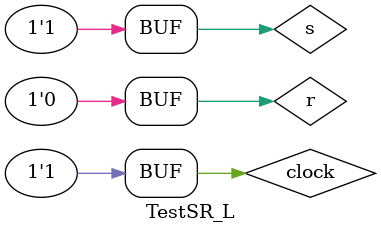
<source format=sv>
`timescale 1ns/1ns
module SR_L(input s,r,clock,output w);
  logic o1,o2,q;
  nand#(8,12) A1(o1,s,clock);
  nand#(8,12) A2(o2,r,clock);
  nand#(8,12) A4(w,o2,q);
  nand#(8,12) A3(q,o1,w);
endmodule


module TestSR_L();
  logic s,r,clock,w;
  SR_L Latch(s,r,clock,w);
  
  initial begin;
    #(20)clock=1;
    #(150)s=1;r=1;
    #(150)s=1;r=0;
    #(150)s=0;r=1;
    #(150)s=1;r=0;
  end
endmodule
</source>
